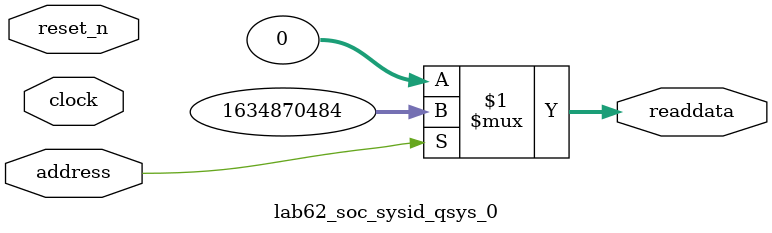
<source format=v>



// synthesis translate_off
`timescale 1ns / 1ps
// synthesis translate_on

// turn off superfluous verilog processor warnings 
// altera message_level Level1 
// altera message_off 10034 10035 10036 10037 10230 10240 10030 

module lab62_soc_sysid_qsys_0 (
               // inputs:
                address,
                clock,
                reset_n,

               // outputs:
                readdata
             )
;

  output  [ 31: 0] readdata;
  input            address;
  input            clock;
  input            reset_n;

  wire    [ 31: 0] readdata;
  //control_slave, which is an e_avalon_slave
  assign readdata = address ? 1634870484 : 0;

endmodule



</source>
